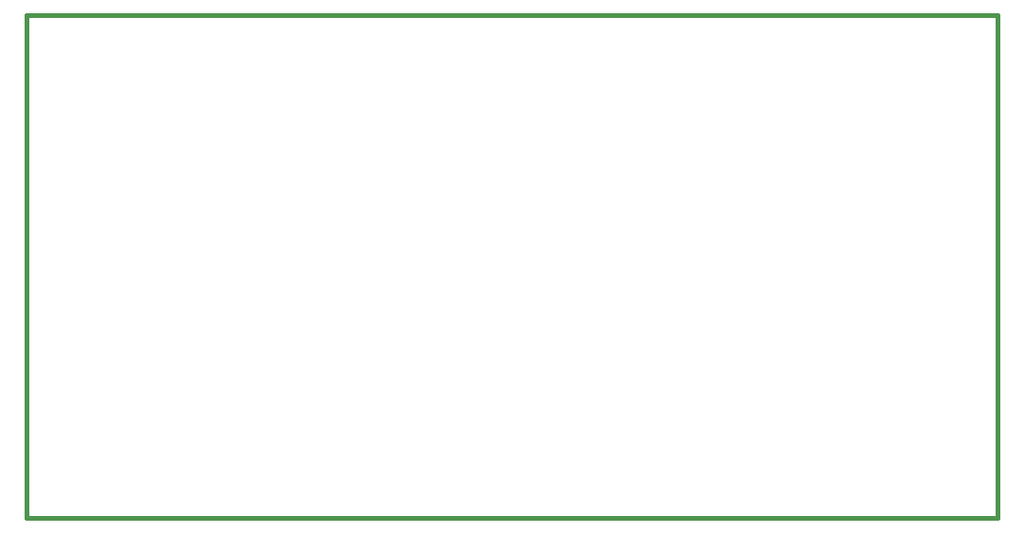
<source format=gtp>
G04 (created by PCBNEW-RS274X (2010-05-05 BZR 2356)-stable) date Fri 25 Feb 2011 10:54:22 AM CET*
G01*
G70*
G90*
%MOIN*%
G04 Gerber Fmt 3.4, Leading zero omitted, Abs format*
%FSLAX34Y34*%
G04 APERTURE LIST*
%ADD10C,0.006000*%
%ADD11C,0.015000*%
G04 APERTURE END LIST*
G54D10*
G54D11*
X45000Y-37750D02*
X46200Y-37750D01*
X46200Y-20000D02*
X46200Y-20050D01*
X45000Y-20000D02*
X46200Y-20000D01*
X44250Y-37750D02*
X45000Y-37750D01*
X44250Y-20000D02*
X45000Y-20000D01*
X46200Y-37750D02*
X46200Y-20000D01*
X12000Y-37750D02*
X44250Y-37750D01*
X12000Y-20000D02*
X12000Y-37750D01*
X44250Y-20000D02*
X12000Y-20000D01*
M02*

</source>
